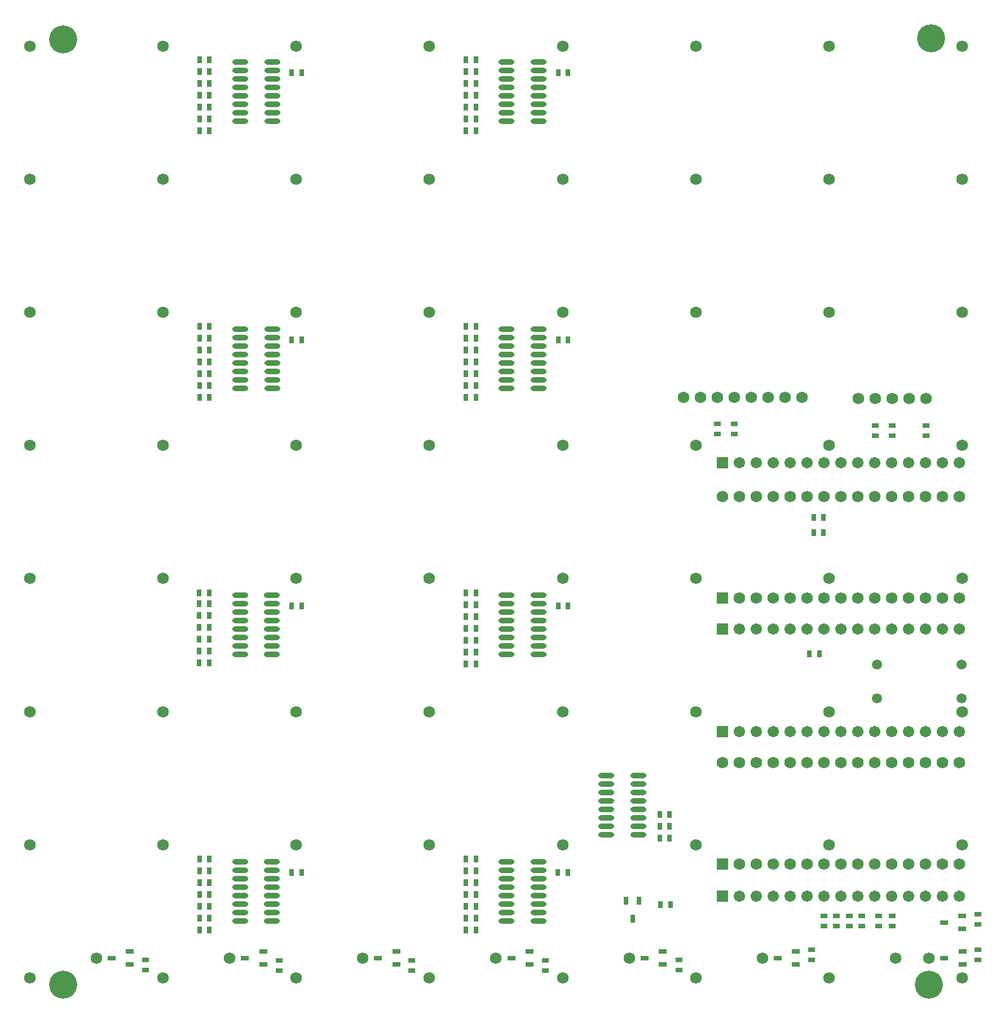
<source format=gts>
G04 Layer_Color=8388736*
%FSLAX25Y25*%
%MOIN*%
G70*
G01*
G75*
%ADD27O,0.09461X0.03162*%
%ADD28R,0.04147X0.03162*%
%ADD29R,0.03162X0.04147*%
%ADD30R,0.04737X0.03162*%
%ADD31R,0.03162X0.04737*%
%ADD32C,0.06800*%
%ADD33R,0.06800X0.06800*%
%ADD34R,0.06706X0.06706*%
%ADD35C,0.06706*%
%ADD36C,0.16548*%
%ADD37C,0.05918*%
D27*
X301551Y561313D02*
D03*
Y556313D02*
D03*
Y551313D02*
D03*
Y546313D02*
D03*
Y531313D02*
D03*
Y536313D02*
D03*
Y541313D02*
D03*
X379449Y104500D02*
D03*
Y109500D02*
D03*
Y114500D02*
D03*
Y119500D02*
D03*
Y124500D02*
D03*
Y129500D02*
D03*
Y134500D02*
D03*
Y139500D02*
D03*
X360551Y104500D02*
D03*
Y109500D02*
D03*
Y114500D02*
D03*
Y119500D02*
D03*
Y124500D02*
D03*
Y129500D02*
D03*
Y134500D02*
D03*
Y139500D02*
D03*
X144102Y561313D02*
D03*
Y556313D02*
D03*
Y551313D02*
D03*
Y546313D02*
D03*
Y541313D02*
D03*
Y536313D02*
D03*
Y531313D02*
D03*
Y526313D02*
D03*
X163000Y561313D02*
D03*
Y556313D02*
D03*
Y551313D02*
D03*
Y546313D02*
D03*
Y541313D02*
D03*
Y536313D02*
D03*
Y531313D02*
D03*
Y526313D02*
D03*
X301551D02*
D03*
X320449Y561313D02*
D03*
Y556313D02*
D03*
Y551313D02*
D03*
Y546313D02*
D03*
Y541313D02*
D03*
Y536313D02*
D03*
Y531313D02*
D03*
Y526313D02*
D03*
X144102Y403500D02*
D03*
Y398500D02*
D03*
Y393500D02*
D03*
Y388500D02*
D03*
Y383500D02*
D03*
Y378500D02*
D03*
Y373500D02*
D03*
Y368500D02*
D03*
X163000Y403500D02*
D03*
Y398500D02*
D03*
Y393500D02*
D03*
Y388500D02*
D03*
Y383500D02*
D03*
Y378500D02*
D03*
Y373500D02*
D03*
Y368500D02*
D03*
X301551Y403500D02*
D03*
Y398500D02*
D03*
Y393500D02*
D03*
Y388500D02*
D03*
Y383500D02*
D03*
Y378500D02*
D03*
Y373500D02*
D03*
Y368500D02*
D03*
X320449Y403500D02*
D03*
Y398500D02*
D03*
Y393500D02*
D03*
Y388500D02*
D03*
Y383500D02*
D03*
Y378500D02*
D03*
Y373500D02*
D03*
Y368500D02*
D03*
X144000Y246000D02*
D03*
Y241000D02*
D03*
Y236000D02*
D03*
Y231000D02*
D03*
Y226000D02*
D03*
Y221000D02*
D03*
Y216000D02*
D03*
Y211000D02*
D03*
X162898Y246000D02*
D03*
Y241000D02*
D03*
Y236000D02*
D03*
Y231000D02*
D03*
Y226000D02*
D03*
Y221000D02*
D03*
Y216000D02*
D03*
Y211000D02*
D03*
X301551Y246000D02*
D03*
Y241000D02*
D03*
Y236000D02*
D03*
Y231000D02*
D03*
Y226000D02*
D03*
Y221000D02*
D03*
Y216000D02*
D03*
Y211000D02*
D03*
X320449Y246000D02*
D03*
Y241000D02*
D03*
Y236000D02*
D03*
Y231000D02*
D03*
Y226000D02*
D03*
Y221000D02*
D03*
Y216000D02*
D03*
Y211000D02*
D03*
X144051Y88500D02*
D03*
Y83500D02*
D03*
Y78500D02*
D03*
Y73500D02*
D03*
Y68500D02*
D03*
Y63500D02*
D03*
Y58500D02*
D03*
Y53500D02*
D03*
X162949Y88500D02*
D03*
Y83500D02*
D03*
Y78500D02*
D03*
Y73500D02*
D03*
Y68500D02*
D03*
Y63500D02*
D03*
Y58500D02*
D03*
Y53500D02*
D03*
X301500Y88500D02*
D03*
Y83500D02*
D03*
Y78500D02*
D03*
Y73500D02*
D03*
Y68500D02*
D03*
Y63500D02*
D03*
Y58500D02*
D03*
Y53500D02*
D03*
X320398Y88500D02*
D03*
Y83500D02*
D03*
Y78500D02*
D03*
Y73500D02*
D03*
Y68500D02*
D03*
Y63500D02*
D03*
Y58500D02*
D03*
Y53500D02*
D03*
D28*
X521500Y56453D02*
D03*
Y50547D02*
D03*
X519500Y340547D02*
D03*
Y346453D02*
D03*
X529500Y340547D02*
D03*
Y346453D02*
D03*
X580126Y36244D02*
D03*
Y30339D02*
D03*
X580000Y57244D02*
D03*
Y51339D02*
D03*
X481701Y36244D02*
D03*
Y30339D02*
D03*
X403500Y24547D02*
D03*
Y30453D02*
D03*
X324500Y24047D02*
D03*
Y29953D02*
D03*
X245500Y24047D02*
D03*
Y29953D02*
D03*
X167000Y24047D02*
D03*
Y29953D02*
D03*
X88000Y24433D02*
D03*
Y30339D02*
D03*
X529500Y56453D02*
D03*
Y50547D02*
D03*
X489000Y56453D02*
D03*
Y50547D02*
D03*
X511500Y56453D02*
D03*
Y50547D02*
D03*
X496500Y56453D02*
D03*
Y50547D02*
D03*
X504000Y56453D02*
D03*
Y50547D02*
D03*
X426000Y341547D02*
D03*
Y347453D02*
D03*
X436000Y341547D02*
D03*
Y347453D02*
D03*
X549500Y340547D02*
D03*
Y346453D02*
D03*
D29*
X483047Y283000D02*
D03*
X488953D02*
D03*
X483047Y292000D02*
D03*
X488953D02*
D03*
X398453Y63000D02*
D03*
X392547D02*
D03*
X174445Y239687D02*
D03*
X180350D02*
D03*
X332047Y555000D02*
D03*
X337953D02*
D03*
X174547Y397187D02*
D03*
X180453D02*
D03*
X331996D02*
D03*
X337902D02*
D03*
X125850Y205937D02*
D03*
X119945D02*
D03*
X331945Y82187D02*
D03*
X337850D02*
D03*
X397953Y116500D02*
D03*
X392047D02*
D03*
X397953Y102500D02*
D03*
X392047D02*
D03*
X397953Y109500D02*
D03*
X392047D02*
D03*
X125953Y520750D02*
D03*
X120047D02*
D03*
X125953Y527750D02*
D03*
X120047D02*
D03*
X125953Y534750D02*
D03*
X120047D02*
D03*
X125953Y541750D02*
D03*
X120047D02*
D03*
X125953Y548750D02*
D03*
X120047D02*
D03*
X125953Y555750D02*
D03*
X120047D02*
D03*
X125953Y562750D02*
D03*
X120047D02*
D03*
X174547Y555000D02*
D03*
X180453D02*
D03*
X283453Y562750D02*
D03*
X277547D02*
D03*
X283453Y520750D02*
D03*
X277547D02*
D03*
X283453Y527750D02*
D03*
X277547D02*
D03*
X283453Y534750D02*
D03*
X277547D02*
D03*
X283453Y541750D02*
D03*
X277547D02*
D03*
X283453Y555750D02*
D03*
X277547D02*
D03*
X283453Y548750D02*
D03*
X277547D02*
D03*
X125953Y362937D02*
D03*
X120047D02*
D03*
X125953Y369937D02*
D03*
X120047D02*
D03*
X125953Y376937D02*
D03*
X120047D02*
D03*
X125953Y383937D02*
D03*
X120047D02*
D03*
X125953Y390937D02*
D03*
X120047D02*
D03*
X125953Y397937D02*
D03*
X120047D02*
D03*
X125953Y404937D02*
D03*
X120047D02*
D03*
X283402Y362937D02*
D03*
X277496D02*
D03*
X283402Y369937D02*
D03*
X277496D02*
D03*
X283402Y376937D02*
D03*
X277496D02*
D03*
X283402Y383937D02*
D03*
X277496D02*
D03*
X283402Y397937D02*
D03*
X277496D02*
D03*
X283453Y404937D02*
D03*
X277547D02*
D03*
X283402Y390937D02*
D03*
X277496D02*
D03*
X125850Y212937D02*
D03*
X119945D02*
D03*
X125850Y219937D02*
D03*
X119945D02*
D03*
X125850Y226937D02*
D03*
X119945D02*
D03*
X125850Y233937D02*
D03*
X119945D02*
D03*
X125850Y240937D02*
D03*
X119945D02*
D03*
X174496Y82187D02*
D03*
X180402D02*
D03*
X125850Y247437D02*
D03*
X119945D02*
D03*
X331996Y239687D02*
D03*
X337902D02*
D03*
X283402Y205437D02*
D03*
X277496D02*
D03*
X283402Y212437D02*
D03*
X277496D02*
D03*
X283402Y219437D02*
D03*
X277496D02*
D03*
X283402Y226437D02*
D03*
X277496D02*
D03*
X283500Y233500D02*
D03*
X277594D02*
D03*
X486406Y211500D02*
D03*
X480500D02*
D03*
X125902Y54937D02*
D03*
X119996D02*
D03*
X283350Y89937D02*
D03*
X277445D02*
D03*
X283350Y82937D02*
D03*
X277445D02*
D03*
X283350Y75937D02*
D03*
X277445D02*
D03*
X283350Y68937D02*
D03*
X277445D02*
D03*
X283350Y61937D02*
D03*
X277445D02*
D03*
X283350Y54937D02*
D03*
X277445D02*
D03*
X283350Y47937D02*
D03*
X277445D02*
D03*
X125902Y89937D02*
D03*
X119996D02*
D03*
X125902Y82937D02*
D03*
X119996D02*
D03*
X125902Y75937D02*
D03*
X119996D02*
D03*
X125902Y68937D02*
D03*
X119996D02*
D03*
X125902Y61937D02*
D03*
X119996D02*
D03*
X125902Y47937D02*
D03*
X119996D02*
D03*
X283402Y247437D02*
D03*
X277496D02*
D03*
X283402Y240437D02*
D03*
X277496D02*
D03*
D30*
X570913Y48760D02*
D03*
Y56240D02*
D03*
X560087Y52500D02*
D03*
X571039Y27760D02*
D03*
Y35240D02*
D03*
X560213Y31500D02*
D03*
X472614Y27760D02*
D03*
Y35240D02*
D03*
X461787Y31500D02*
D03*
X393874Y27760D02*
D03*
Y35240D02*
D03*
X383047Y31500D02*
D03*
X315134Y27760D02*
D03*
Y35240D02*
D03*
X304307Y31500D02*
D03*
X236394Y27760D02*
D03*
Y35240D02*
D03*
X225567Y31500D02*
D03*
X157653Y27760D02*
D03*
Y35240D02*
D03*
X146827Y31500D02*
D03*
X78913Y27760D02*
D03*
Y35240D02*
D03*
X68087Y31500D02*
D03*
D31*
X379740Y65413D02*
D03*
X372260D02*
D03*
X376000Y54587D02*
D03*
D32*
X570866Y19685D02*
D03*
X492126D02*
D03*
X413386D02*
D03*
X334646D02*
D03*
X255906D02*
D03*
X177165D02*
D03*
X98425D02*
D03*
X19685D02*
D03*
X570866Y98425D02*
D03*
X492126D02*
D03*
X413386D02*
D03*
X334646D02*
D03*
X255906D02*
D03*
X177165D02*
D03*
X98425D02*
D03*
X19685D02*
D03*
X570866Y177165D02*
D03*
X492126D02*
D03*
X413386D02*
D03*
X334646D02*
D03*
X255906D02*
D03*
X177165D02*
D03*
X98425D02*
D03*
X19685D02*
D03*
X570866Y255906D02*
D03*
X492126D02*
D03*
X413386D02*
D03*
X334646D02*
D03*
X255906D02*
D03*
X177165D02*
D03*
X98425D02*
D03*
X19685D02*
D03*
X570866Y334646D02*
D03*
X492126D02*
D03*
X413386D02*
D03*
X334646D02*
D03*
X255906D02*
D03*
X177165D02*
D03*
X98425D02*
D03*
X19685D02*
D03*
X570866Y413386D02*
D03*
X492126D02*
D03*
X413386D02*
D03*
X334646D02*
D03*
X255906D02*
D03*
X177165D02*
D03*
X98425D02*
D03*
X19685D02*
D03*
X570866Y492126D02*
D03*
X492126D02*
D03*
X413386D02*
D03*
X334646D02*
D03*
X255906D02*
D03*
X177165D02*
D03*
X98425D02*
D03*
X19685D02*
D03*
X570866Y570866D02*
D03*
X492126D02*
D03*
X413386D02*
D03*
X334646D02*
D03*
X255906D02*
D03*
X177165D02*
D03*
X98425D02*
D03*
X19685D02*
D03*
X59055Y31496D02*
D03*
X137795D02*
D03*
X216535D02*
D03*
X295276D02*
D03*
X374016D02*
D03*
X452756D02*
D03*
X531496D02*
D03*
X551181D02*
D03*
X569000Y304500D02*
D03*
X559000D02*
D03*
X539000D02*
D03*
X529000D02*
D03*
X549000D02*
D03*
X519000D02*
D03*
X509000D02*
D03*
X499000D02*
D03*
X489000D02*
D03*
X479000D02*
D03*
X469000D02*
D03*
X459000D02*
D03*
X449000D02*
D03*
X439000D02*
D03*
X569000Y244500D02*
D03*
X559000D02*
D03*
X429000Y304500D02*
D03*
X439000Y244500D02*
D03*
X449000D02*
D03*
X459000D02*
D03*
X469000D02*
D03*
X479000D02*
D03*
X489000D02*
D03*
X499000D02*
D03*
X509000D02*
D03*
X519000D02*
D03*
X529000D02*
D03*
X539000D02*
D03*
X549000D02*
D03*
X476000Y363000D02*
D03*
X466000D02*
D03*
X456000D02*
D03*
X446000D02*
D03*
X436000D02*
D03*
X426000D02*
D03*
X416000D02*
D03*
X406000D02*
D03*
X529500Y362500D02*
D03*
X509500D02*
D03*
X519500D02*
D03*
X539500D02*
D03*
X549500D02*
D03*
X549000Y87000D02*
D03*
X539000D02*
D03*
X529000D02*
D03*
X519000D02*
D03*
X509000D02*
D03*
X499000D02*
D03*
X489000D02*
D03*
X479000D02*
D03*
X469000D02*
D03*
X459000D02*
D03*
X449000D02*
D03*
X439000D02*
D03*
X429000Y147000D02*
D03*
X559000Y87000D02*
D03*
X569000D02*
D03*
X439000Y147000D02*
D03*
X449000D02*
D03*
X459000D02*
D03*
X469000D02*
D03*
X479000D02*
D03*
X489000D02*
D03*
X499000D02*
D03*
X509000D02*
D03*
X519000D02*
D03*
X549000D02*
D03*
X529000D02*
D03*
X539000D02*
D03*
X559000D02*
D03*
X569000D02*
D03*
D33*
X429000Y244500D02*
D03*
Y87000D02*
D03*
D34*
Y68000D02*
D03*
Y165500D02*
D03*
Y226000D02*
D03*
Y324500D02*
D03*
D35*
X439000Y68000D02*
D03*
X449000D02*
D03*
X459000D02*
D03*
X469000D02*
D03*
X479000D02*
D03*
X489000D02*
D03*
X499000D02*
D03*
X509000D02*
D03*
X519000D02*
D03*
X529000D02*
D03*
X539000D02*
D03*
X549000D02*
D03*
X559000D02*
D03*
X569000D02*
D03*
X439000Y165500D02*
D03*
X449000D02*
D03*
X459000D02*
D03*
X469000D02*
D03*
X479000D02*
D03*
X489000D02*
D03*
X499000D02*
D03*
X509000D02*
D03*
X519000D02*
D03*
X529000D02*
D03*
X539000D02*
D03*
X549000D02*
D03*
X559000D02*
D03*
X569000D02*
D03*
X439000Y226000D02*
D03*
X449000D02*
D03*
X459000D02*
D03*
X469000D02*
D03*
X479000D02*
D03*
X489000D02*
D03*
X499000D02*
D03*
X509000D02*
D03*
X519000D02*
D03*
X529000D02*
D03*
X539000D02*
D03*
X549000D02*
D03*
X559000D02*
D03*
X569000D02*
D03*
X439000Y324500D02*
D03*
X449000D02*
D03*
X459000D02*
D03*
X469000D02*
D03*
X479000D02*
D03*
X489000D02*
D03*
X499000D02*
D03*
X509000D02*
D03*
X519000D02*
D03*
X529000D02*
D03*
X539000D02*
D03*
X549000D02*
D03*
X559000D02*
D03*
X569000D02*
D03*
D36*
X39370Y15748D02*
D03*
X551181D02*
D03*
X39370Y574803D02*
D03*
X552500Y575500D02*
D03*
D37*
X570500Y205000D02*
D03*
Y185000D02*
D03*
X520500Y205000D02*
D03*
Y185000D02*
D03*
M02*

</source>
